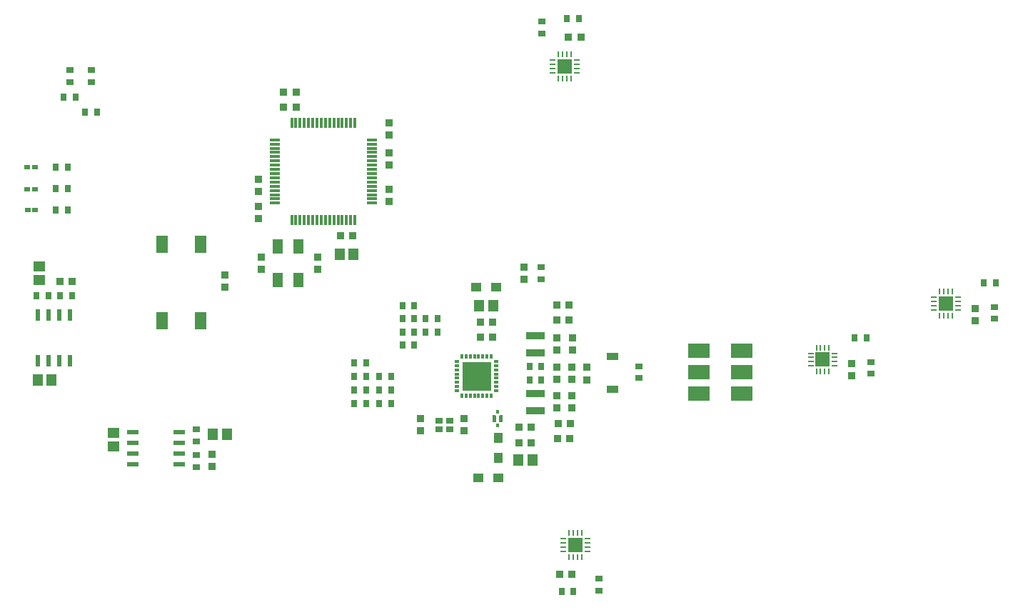
<source format=gtp>
G04*
G04 #@! TF.GenerationSoftware,Altium Limited,Altium Designer,23.2.1 (34)*
G04*
G04 Layer_Color=8421504*
%FSLAX25Y25*%
%MOIN*%
G70*
G04*
G04 #@! TF.SameCoordinates,DCD1C9D7-C552-47EB-8D17-ADC449AF66F1*
G04*
G04*
G04 #@! TF.FilePolarity,Positive*
G04*
G01*
G75*
%ADD17R,0.03591X0.03772*%
%ADD18R,0.05512X0.03543*%
%ADD19R,0.10000X0.06500*%
%ADD20R,0.04940X0.05733*%
%ADD21R,0.03937X0.04528*%
%ADD22R,0.03543X0.02756*%
%ADD23R,0.03772X0.03591*%
%ADD24R,0.02756X0.03543*%
%ADD25R,0.02756X0.01968*%
%ADD26R,0.04724X0.07087*%
%ADD27R,0.04724X0.01181*%
%ADD28R,0.01181X0.04724*%
%ADD29R,0.05733X0.04940*%
%ADD30R,0.04528X0.03937*%
%ADD31R,0.02362X0.05709*%
%ADD32R,0.06693X0.06693*%
%ADD33R,0.03150X0.00984*%
%ADD34R,0.00984X0.03150*%
%ADD35C,0.01417*%
%ADD36R,0.08661X0.03543*%
%ADD37R,0.13583X0.13583*%
%ADD38R,0.02362X0.01181*%
%ADD39R,0.01181X0.02362*%
%ADD40R,0.05709X0.02362*%
%ADD41R,0.03445X0.03051*%
%ADD42R,0.06693X0.06693*%
%ADD43R,0.05512X0.08268*%
G36*
X274843Y258479D02*
X274646Y258283D01*
X273465D01*
X273269Y258479D01*
Y259858D01*
X274843D01*
Y258479D01*
D02*
G37*
G36*
X276418Y254346D02*
X275040D01*
X274843Y254542D01*
Y257298D01*
X275040Y257495D01*
X276418D01*
Y254346D01*
D02*
G37*
G36*
X273269Y257298D02*
Y254542D01*
X273072Y254346D01*
X271694D01*
Y257495D01*
X273072D01*
X273269Y257298D01*
D02*
G37*
G36*
X274843Y253361D02*
Y251983D01*
X273269D01*
Y253361D01*
X273465Y253558D01*
X274646D01*
X274843Y253361D01*
D02*
G37*
D17*
X315800Y279868D02*
D03*
X286500Y326762D02*
D03*
Y321038D02*
D03*
X301800Y293692D02*
D03*
Y287968D02*
D03*
X223500Y357200D02*
D03*
Y362924D02*
D03*
Y380062D02*
D03*
Y374338D02*
D03*
Y388338D02*
D03*
Y394062D02*
D03*
X162500Y361891D02*
D03*
Y367616D02*
D03*
Y354962D02*
D03*
Y349238D02*
D03*
X163800Y325538D02*
D03*
Y331262D02*
D03*
X190147Y331462D02*
D03*
Y325738D02*
D03*
X140900Y239424D02*
D03*
Y233700D02*
D03*
X315800Y274143D02*
D03*
X308800Y279930D02*
D03*
Y274205D02*
D03*
X301700Y274306D02*
D03*
Y280030D02*
D03*
X308900Y266630D02*
D03*
Y260906D02*
D03*
X237956Y255934D02*
D03*
Y250210D02*
D03*
X301800Y266568D02*
D03*
Y260843D02*
D03*
X309000Y287868D02*
D03*
Y293592D02*
D03*
X258556Y250248D02*
D03*
Y255972D02*
D03*
X439500Y275838D02*
D03*
Y281562D02*
D03*
X497100Y301638D02*
D03*
Y307362D02*
D03*
X146900Y317238D02*
D03*
Y322962D02*
D03*
D18*
X327800Y284877D02*
D03*
Y269523D02*
D03*
D19*
X388205Y287800D02*
D03*
Y277800D02*
D03*
Y267800D02*
D03*
X368205Y287800D02*
D03*
Y277800D02*
D03*
Y267800D02*
D03*
D20*
X290351Y236600D02*
D03*
X283849D02*
D03*
X271951Y308700D02*
D03*
X265449D02*
D03*
X200249Y332600D02*
D03*
X206751D02*
D03*
X59300Y273900D02*
D03*
X65802D02*
D03*
X141149Y248500D02*
D03*
X147651D02*
D03*
D21*
X274356Y246936D02*
D03*
Y237684D02*
D03*
D22*
X294500Y326656D02*
D03*
Y321144D02*
D03*
X84300Y413144D02*
D03*
Y418656D02*
D03*
X74300Y413144D02*
D03*
Y418656D02*
D03*
X133500Y233444D02*
D03*
Y238956D02*
D03*
X294616Y435778D02*
D03*
Y441290D02*
D03*
X321300Y181223D02*
D03*
Y175712D02*
D03*
X133500Y245444D02*
D03*
Y250956D02*
D03*
X340000Y274844D02*
D03*
Y280356D02*
D03*
X448400Y282356D02*
D03*
Y276844D02*
D03*
X506100Y308056D02*
D03*
Y302544D02*
D03*
D23*
X284076Y244800D02*
D03*
X289800D02*
D03*
X284014Y252000D02*
D03*
X289738D02*
D03*
X312962Y433940D02*
D03*
X307238D02*
D03*
X200776Y341200D02*
D03*
X206500D02*
D03*
X179962Y408200D02*
D03*
X174238D02*
D03*
X179962Y401200D02*
D03*
X174238D02*
D03*
X69838Y320000D02*
D03*
X75562D02*
D03*
X308000Y253568D02*
D03*
X302276D02*
D03*
X307862Y246768D02*
D03*
X302138D02*
D03*
X301662Y302000D02*
D03*
X307386D02*
D03*
X303138Y183400D02*
D03*
X308862D02*
D03*
X271662Y300834D02*
D03*
X265938D02*
D03*
X271662Y294086D02*
D03*
X265938D02*
D03*
X301700Y308900D02*
D03*
X307424D02*
D03*
D24*
X289044Y280168D02*
D03*
X294556D02*
D03*
X67744Y373200D02*
D03*
X73256D02*
D03*
X81544Y398900D02*
D03*
X87056D02*
D03*
X71544Y405900D02*
D03*
X77056D02*
D03*
X240500Y302489D02*
D03*
X246012D02*
D03*
X75256Y313200D02*
D03*
X69744D02*
D03*
X218744Y275500D02*
D03*
X224256D02*
D03*
X218744Y262833D02*
D03*
X224256D02*
D03*
X212700D02*
D03*
X207188D02*
D03*
X207188Y269167D02*
D03*
X212700D02*
D03*
X229666Y290210D02*
D03*
X235178D02*
D03*
X240500Y296349D02*
D03*
X246012D02*
D03*
X235178D02*
D03*
X229666D02*
D03*
X306444Y442700D02*
D03*
X311956D02*
D03*
X309556Y175200D02*
D03*
X304044D02*
D03*
X64256Y313200D02*
D03*
X58744D02*
D03*
X218744Y269167D02*
D03*
X224256D02*
D03*
X212700Y281833D02*
D03*
X207188D02*
D03*
X288944Y273968D02*
D03*
X294456D02*
D03*
X207188Y275500D02*
D03*
X212700D02*
D03*
X229666Y308629D02*
D03*
X235178D02*
D03*
X235178Y302489D02*
D03*
X229666D02*
D03*
X440777Y293700D02*
D03*
X446288D02*
D03*
X501144Y319300D02*
D03*
X506656D02*
D03*
X73256Y353200D02*
D03*
X67744D02*
D03*
X73256Y363200D02*
D03*
X67744D02*
D03*
D25*
X58043Y373200D02*
D03*
X54500D02*
D03*
X54628Y353300D02*
D03*
X58172D02*
D03*
X54528Y363100D02*
D03*
X58072D02*
D03*
D26*
X171514Y320500D02*
D03*
Y336248D02*
D03*
X180963D02*
D03*
Y320500D02*
D03*
D27*
X170062Y356536D02*
D03*
Y358505D02*
D03*
Y360473D02*
D03*
Y362442D02*
D03*
Y364410D02*
D03*
Y366379D02*
D03*
Y368347D02*
D03*
Y370316D02*
D03*
Y372284D02*
D03*
Y374253D02*
D03*
Y376221D02*
D03*
Y378190D02*
D03*
Y380158D02*
D03*
Y382127D02*
D03*
Y384095D02*
D03*
Y386064D02*
D03*
X215338D02*
D03*
Y384095D02*
D03*
Y382127D02*
D03*
Y380158D02*
D03*
Y378190D02*
D03*
Y376221D02*
D03*
Y374253D02*
D03*
Y372284D02*
D03*
Y370316D02*
D03*
Y368347D02*
D03*
Y366379D02*
D03*
Y364410D02*
D03*
Y362442D02*
D03*
Y360473D02*
D03*
Y358505D02*
D03*
Y356536D02*
D03*
D28*
X177936Y393938D02*
D03*
X179905D02*
D03*
X181873D02*
D03*
X183842D02*
D03*
X185810D02*
D03*
X187779D02*
D03*
X189747D02*
D03*
X191716D02*
D03*
X193684D02*
D03*
X195653D02*
D03*
X197621D02*
D03*
X199590D02*
D03*
X201558D02*
D03*
X203527D02*
D03*
X205495D02*
D03*
X207464D02*
D03*
Y348662D02*
D03*
X205495D02*
D03*
X203527D02*
D03*
X201558D02*
D03*
X199590D02*
D03*
X197621D02*
D03*
X195653D02*
D03*
X193684D02*
D03*
X191716D02*
D03*
X189747D02*
D03*
X187779D02*
D03*
X185810D02*
D03*
X183842D02*
D03*
X181873D02*
D03*
X179905D02*
D03*
X177936D02*
D03*
D29*
X94600Y249451D02*
D03*
Y242949D02*
D03*
X60100Y320549D02*
D03*
Y327051D02*
D03*
D30*
X265130Y228310D02*
D03*
X274382D02*
D03*
X273426Y317300D02*
D03*
X264174D02*
D03*
D31*
X59500Y282872D02*
D03*
X64500D02*
D03*
X69500D02*
D03*
X74500D02*
D03*
X59500Y304328D02*
D03*
X64500D02*
D03*
X69500D02*
D03*
X74500D02*
D03*
D32*
X305416Y420326D02*
D03*
X310400Y197031D02*
D03*
D33*
X311026Y423279D02*
D03*
Y421310D02*
D03*
Y419342D02*
D03*
Y417373D02*
D03*
X299805D02*
D03*
Y419342D02*
D03*
Y421310D02*
D03*
Y423279D02*
D03*
X304790Y194079D02*
D03*
Y196047D02*
D03*
Y198016D02*
D03*
Y199984D02*
D03*
X316010D02*
D03*
Y198016D02*
D03*
Y196047D02*
D03*
Y194079D02*
D03*
X420258Y280547D02*
D03*
Y282516D02*
D03*
Y284484D02*
D03*
Y286453D02*
D03*
X431479D02*
D03*
Y284484D02*
D03*
Y282516D02*
D03*
Y280547D02*
D03*
X477790Y306647D02*
D03*
Y308616D02*
D03*
Y310584D02*
D03*
Y312553D02*
D03*
X489010D02*
D03*
Y310584D02*
D03*
Y308616D02*
D03*
Y306647D02*
D03*
D34*
X308368Y414715D02*
D03*
X306400D02*
D03*
X304432D02*
D03*
X302463D02*
D03*
Y425936D02*
D03*
X304432D02*
D03*
X306400D02*
D03*
X308368D02*
D03*
X307447Y202642D02*
D03*
X309416D02*
D03*
X311384D02*
D03*
X313353D02*
D03*
Y191421D02*
D03*
X311384D02*
D03*
X309416D02*
D03*
X307447D02*
D03*
X428821Y277890D02*
D03*
X426853D02*
D03*
X424884D02*
D03*
X422916D02*
D03*
Y289110D02*
D03*
X424884D02*
D03*
X426853D02*
D03*
X428821D02*
D03*
X486353Y303990D02*
D03*
X484384D02*
D03*
X482416D02*
D03*
X480447D02*
D03*
Y315210D02*
D03*
X482416D02*
D03*
X484384D02*
D03*
X486353D02*
D03*
D35*
X274056Y259070D02*
D03*
Y252771D02*
D03*
X275631Y255921D02*
D03*
X272481D02*
D03*
D36*
X291700Y267768D02*
D03*
Y259500D02*
D03*
X291900Y286500D02*
D03*
Y294768D02*
D03*
D37*
X264256Y275810D02*
D03*
D38*
X273508Y282699D02*
D03*
Y280731D02*
D03*
Y278762D02*
D03*
Y276794D02*
D03*
Y274825D02*
D03*
Y272857D02*
D03*
Y270888D02*
D03*
Y268920D02*
D03*
X255004Y270888D02*
D03*
Y268920D02*
D03*
Y282699D02*
D03*
Y280731D02*
D03*
Y278762D02*
D03*
Y276794D02*
D03*
Y274825D02*
D03*
Y272857D02*
D03*
D39*
X257366Y285062D02*
D03*
X259335D02*
D03*
X261303D02*
D03*
X271146D02*
D03*
X265240D02*
D03*
X263272D02*
D03*
X269177D02*
D03*
X267209D02*
D03*
X269177Y266558D02*
D03*
X271146D02*
D03*
X257366D02*
D03*
X263272D02*
D03*
X259335D02*
D03*
X261303D02*
D03*
X265240D02*
D03*
X267209D02*
D03*
D40*
X103872Y249500D02*
D03*
Y244500D02*
D03*
Y239500D02*
D03*
Y234500D02*
D03*
X125328Y249500D02*
D03*
Y244500D02*
D03*
Y239500D02*
D03*
Y234500D02*
D03*
D41*
X246846Y254907D02*
D03*
X251866D02*
D03*
Y251068D02*
D03*
X246846D02*
D03*
D42*
X425869Y283500D02*
D03*
X483400Y309600D02*
D03*
D43*
X117542Y337413D02*
D03*
X135258D02*
D03*
Y301587D02*
D03*
X117542D02*
D03*
M02*

</source>
